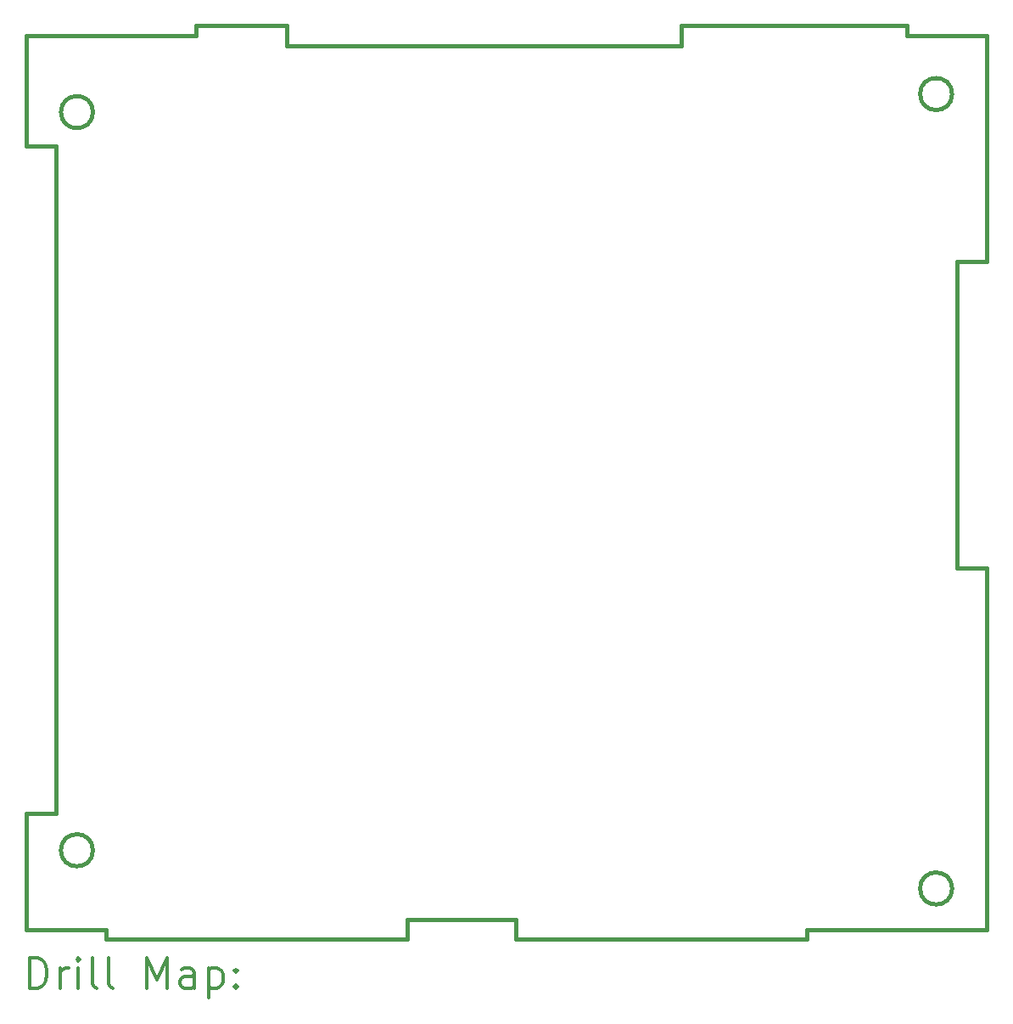
<source format=gbr>
%FSLAX45Y45*%
G04 Gerber Fmt 4.5, Leading zero omitted, Abs format (unit mm)*
G04 Created by KiCad (PCBNEW 5.1.5+dfsg1-2build2) date 2021-02-28 15:53:23*
%MOMM*%
%LPD*%
G04 APERTURE LIST*
%TA.AperFunction,Profile*%
%ADD10C,0.381000*%
%TD*%
%ADD11C,0.200000*%
%ADD12C,0.300000*%
G04 APERTURE END LIST*
D10*
X17678908Y-11075924D02*
X17678908Y-14675612D01*
X9788906Y-5765800D02*
X9788906Y-5665724D01*
X9788906Y-5665724D02*
X10689844Y-5665724D01*
X12978892Y-14575790D02*
X11888978Y-14575790D01*
X8388858Y-6865874D02*
X8089900Y-6865874D01*
X8388858Y-13515848D02*
X8388858Y-6865874D01*
X11888978Y-14775688D02*
X8890762Y-14775688D01*
X8756650Y-6525768D02*
G75*
G03X8756650Y-6525768I-159766J0D01*
G01*
X15878810Y-14675866D02*
X15878810Y-14775688D01*
X16878808Y-5665724D02*
X16878808Y-5765800D01*
X17678908Y-14675866D02*
X15878810Y-14675866D01*
X16878808Y-5765800D02*
X17678908Y-5765800D01*
X17330674Y-6345682D02*
G75*
G03X17330674Y-6345682I-159766J0D01*
G01*
X8089900Y-5765800D02*
X9788906Y-5765800D01*
X8088884Y-14675866D02*
X8088884Y-13515848D01*
X17378934Y-8015732D02*
X17378934Y-11075924D01*
X10689844Y-5864860D02*
X14628876Y-5864860D01*
X17330674Y-14267434D02*
G75*
G03X17330674Y-14267434I-160020J0D01*
G01*
X8890762Y-14775688D02*
X8890762Y-14675866D01*
X11888978Y-14575790D02*
X11888978Y-14775688D01*
X17378934Y-11075924D02*
X17678908Y-11075924D01*
X17678908Y-8015732D02*
X17378934Y-8015732D01*
X14628876Y-5665724D02*
X16878808Y-5665724D01*
X12978892Y-14775688D02*
X12978892Y-14575790D01*
X17678908Y-5765800D02*
X17678908Y-8015732D01*
X10689844Y-5665724D02*
X10689844Y-5864860D01*
X14628876Y-5864860D02*
X14628876Y-5665724D01*
X15178786Y-14775688D02*
X12978892Y-14775688D01*
X8890762Y-14675866D02*
X8088884Y-14675866D01*
X8088884Y-13515848D02*
X8388858Y-13515848D01*
X15878556Y-14775688D02*
X15178786Y-14775688D01*
X8756650Y-13886434D02*
G75*
G03X8756650Y-13886434I-160020J0D01*
G01*
X8089900Y-6865874D02*
X8089900Y-5765800D01*
D11*
D12*
X8126074Y-15260452D02*
X8126074Y-14960452D01*
X8197503Y-14960452D01*
X8240360Y-14974738D01*
X8268932Y-15003309D01*
X8283217Y-15031881D01*
X8297503Y-15089024D01*
X8297503Y-15131881D01*
X8283217Y-15189024D01*
X8268932Y-15217595D01*
X8240360Y-15246167D01*
X8197503Y-15260452D01*
X8126074Y-15260452D01*
X8426075Y-15260452D02*
X8426075Y-15060452D01*
X8426075Y-15117595D02*
X8440360Y-15089024D01*
X8454646Y-15074738D01*
X8483217Y-15060452D01*
X8511789Y-15060452D01*
X8611789Y-15260452D02*
X8611789Y-15060452D01*
X8611789Y-14960452D02*
X8597503Y-14974738D01*
X8611789Y-14989024D01*
X8626075Y-14974738D01*
X8611789Y-14960452D01*
X8611789Y-14989024D01*
X8797503Y-15260452D02*
X8768932Y-15246167D01*
X8754646Y-15217595D01*
X8754646Y-14960452D01*
X8954646Y-15260452D02*
X8926075Y-15246167D01*
X8911789Y-15217595D01*
X8911789Y-14960452D01*
X9297503Y-15260452D02*
X9297503Y-14960452D01*
X9397503Y-15174738D01*
X9497503Y-14960452D01*
X9497503Y-15260452D01*
X9768932Y-15260452D02*
X9768932Y-15103309D01*
X9754646Y-15074738D01*
X9726075Y-15060452D01*
X9668932Y-15060452D01*
X9640360Y-15074738D01*
X9768932Y-15246167D02*
X9740360Y-15260452D01*
X9668932Y-15260452D01*
X9640360Y-15246167D01*
X9626075Y-15217595D01*
X9626075Y-15189024D01*
X9640360Y-15160452D01*
X9668932Y-15146167D01*
X9740360Y-15146167D01*
X9768932Y-15131881D01*
X9911789Y-15060452D02*
X9911789Y-15360452D01*
X9911789Y-15074738D02*
X9940360Y-15060452D01*
X9997503Y-15060452D01*
X10026075Y-15074738D01*
X10040360Y-15089024D01*
X10054646Y-15117595D01*
X10054646Y-15203309D01*
X10040360Y-15231881D01*
X10026075Y-15246167D01*
X9997503Y-15260452D01*
X9940360Y-15260452D01*
X9911789Y-15246167D01*
X10183217Y-15231881D02*
X10197503Y-15246167D01*
X10183217Y-15260452D01*
X10168932Y-15246167D01*
X10183217Y-15231881D01*
X10183217Y-15260452D01*
X10183217Y-15074738D02*
X10197503Y-15089024D01*
X10183217Y-15103309D01*
X10168932Y-15089024D01*
X10183217Y-15074738D01*
X10183217Y-15103309D01*
M02*

</source>
